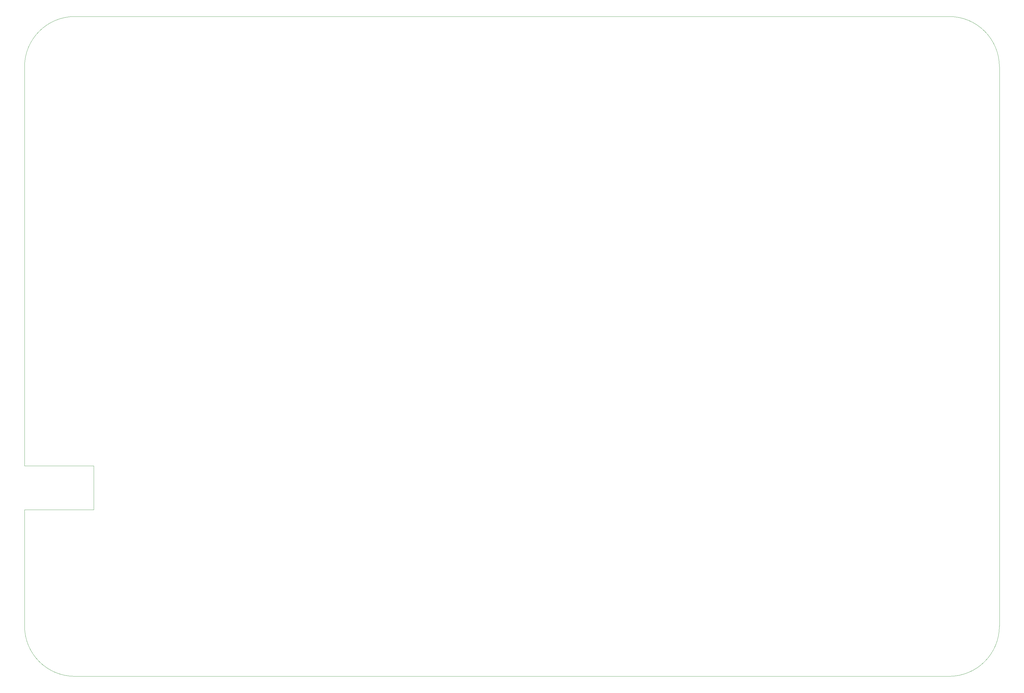
<source format=gbr>
%TF.GenerationSoftware,KiCad,Pcbnew,7.0.7*%
%TF.CreationDate,2023-09-16T00:44:10+09:00*%
%TF.ProjectId,StickLess,53746963-6b4c-4657-9373-2e6b69636164,rev?*%
%TF.SameCoordinates,Original*%
%TF.FileFunction,Profile,NP*%
%FSLAX46Y46*%
G04 Gerber Fmt 4.6, Leading zero omitted, Abs format (unit mm)*
G04 Created by KiCad (PCBNEW 7.0.7) date 2023-09-16 00:44:10*
%MOMM*%
%LPD*%
G01*
G04 APERTURE LIST*
%TA.AperFunction,Profile*%
%ADD10C,0.100000*%
%TD*%
G04 APERTURE END LIST*
D10*
X294000000Y-210000000D02*
X16000000Y-210000000D01*
X0Y-157000000D02*
X0Y-194000000D01*
X294000000Y-210000000D02*
G75*
G03*
X310000000Y-194000000I0J16000000D01*
G01*
X310000000Y-16000000D02*
X310000000Y-194000000D01*
X0Y-143000000D02*
X22000000Y-143000000D01*
X16000000Y0D02*
G75*
G03*
X0Y-16000000I2J-16000002D01*
G01*
X22000000Y-157000000D02*
X0Y-157000000D01*
X310000000Y-16000000D02*
G75*
G03*
X294000000Y0I-16000000J0D01*
G01*
X0Y-143000000D02*
X0Y-16000000D01*
X16000000Y0D02*
X294000000Y0D01*
X0Y-194000000D02*
G75*
G03*
X16000000Y-210000000I16000000J0D01*
G01*
X22000000Y-143000000D02*
X22000000Y-157000000D01*
M02*

</source>
